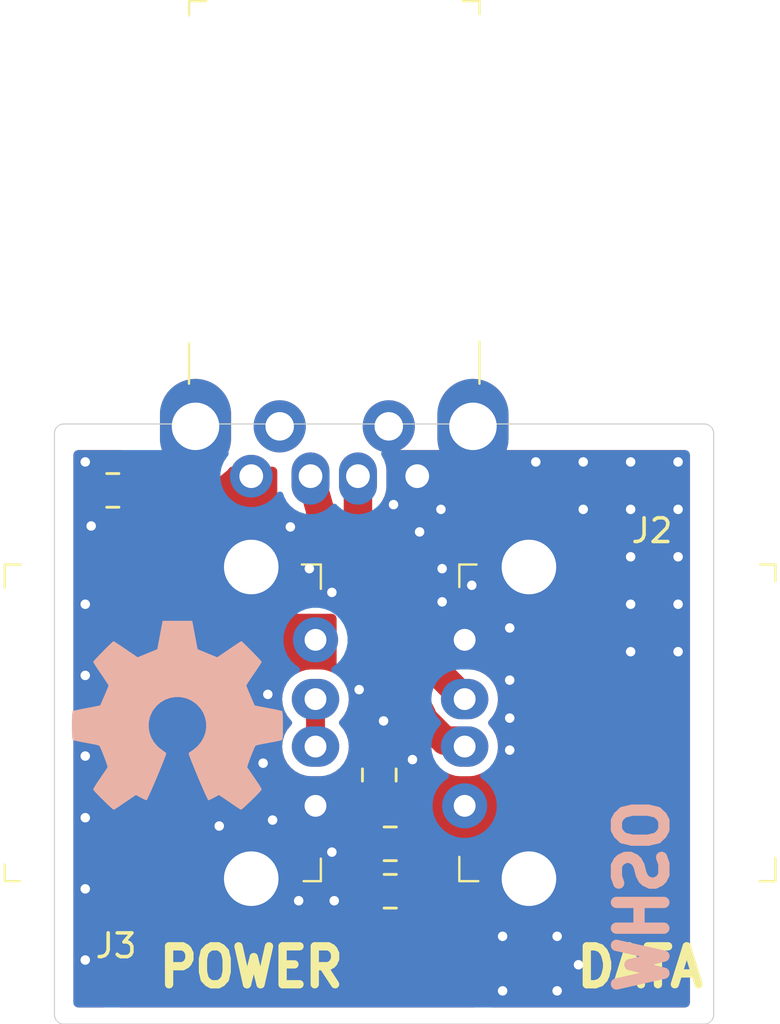
<source format=kicad_pcb>
(kicad_pcb (version 20171130) (host pcbnew "(5.1.4)-1")

  (general
    (thickness 1.6)
    (drawings 16)
    (tracks 69)
    (zones 0)
    (modules 8)
    (nets 7)
  )

  (page A4)
  (title_block
    (title "Model 3 USB Splitter - Vertical Mount")
    (date 2019-10-26)
    (rev 0)
    (company oshw)
  )

  (layers
    (0 F.Cu signal)
    (31 B.Cu signal hide)
    (32 B.Adhes user hide)
    (33 F.Adhes user)
    (34 B.Paste user hide)
    (35 F.Paste user hide)
    (36 B.SilkS user)
    (37 F.SilkS user hide)
    (38 B.Mask user hide)
    (39 F.Mask user hide)
    (40 Dwgs.User user hide)
    (41 Cmts.User user hide)
    (42 Eco1.User user hide)
    (43 Eco2.User user hide)
    (44 Edge.Cuts user)
    (45 Margin user hide)
    (46 B.CrtYd user)
    (47 F.CrtYd user hide)
    (48 B.Fab user hide)
    (49 F.Fab user hide)
  )

  (setup
    (last_trace_width 0.8)
    (user_trace_width 0.8)
    (user_trace_width 1.2)
    (trace_clearance 0.2)
    (zone_clearance 0.4)
    (zone_45_only yes)
    (trace_min 0.2)
    (via_size 0.8)
    (via_drill 0.4)
    (via_min_size 0.4)
    (via_min_drill 0.3)
    (user_via 1 0.4)
    (uvia_size 0.3)
    (uvia_drill 0.1)
    (uvias_allowed no)
    (uvia_min_size 0.2)
    (uvia_min_drill 0.1)
    (edge_width 0.05)
    (segment_width 0.2)
    (pcb_text_width 0.3)
    (pcb_text_size 1.5 1.5)
    (mod_edge_width 0.12)
    (mod_text_size 1 1)
    (mod_text_width 0.15)
    (pad_size 1.7 2)
    (pad_drill 0.92)
    (pad_to_mask_clearance 0.051)
    (solder_mask_min_width 0.25)
    (aux_axis_origin 0 0)
    (visible_elements FFFFFF7F)
    (pcbplotparams
      (layerselection 0x010f0_ffffffff)
      (usegerberextensions false)
      (usegerberattributes false)
      (usegerberadvancedattributes false)
      (creategerberjobfile false)
      (excludeedgelayer true)
      (linewidth 0.100000)
      (plotframeref false)
      (viasonmask true)
      (mode 1)
      (useauxorigin false)
      (hpglpennumber 1)
      (hpglpenspeed 20)
      (hpglpendiameter 15.000000)
      (psnegative false)
      (psa4output false)
      (plotreference true)
      (plotvalue true)
      (plotinvisibletext false)
      (padsonsilk false)
      (subtractmaskfromsilk false)
      (outputformat 1)
      (mirror false)
      (drillshape 0)
      (scaleselection 1)
      (outputdirectory "FAB/"))
  )

  (net 0 "")
  (net 1 "Net-(C1-Pad1)")
  (net 2 GND)
  (net 3 /+5VUSB)
  (net 4 /DATA_P)
  (net 5 /DATA_N)
  (net 6 "Net-(J3-Pad2)")

  (net_class Default "This is the default net class."
    (clearance 0.2)
    (trace_width 0.25)
    (via_dia 0.8)
    (via_drill 0.4)
    (uvia_dia 0.3)
    (uvia_drill 0.1)
    (add_net /+5VUSB)
    (add_net /DATA_N)
    (add_net /DATA_P)
    (add_net GND)
    (add_net "Net-(C1-Pad1)")
    (add_net "Net-(J3-Pad2)")
  )

  (module Symbol:OSHW-Symbol_8.9x8mm_SilkScreen (layer B.Cu) (tedit 0) (tstamp 5DB524FE)
    (at 128.9 101.7 180)
    (descr "Open Source Hardware Symbol")
    (tags "Logo Symbol OSHW")
    (attr virtual)
    (fp_text reference REF** (at 0 0) (layer B.SilkS) hide
      (effects (font (size 1 1) (thickness 0.15)) (justify mirror))
    )
    (fp_text value OSHW-Symbol_8.9x8mm_SilkScreen (at 0.75 0) (layer B.Fab) hide
      (effects (font (size 1 1) (thickness 0.15)) (justify mirror))
    )
    (fp_poly (pts (xy 0.746536 3.399573) (xy 0.859118 2.802382) (xy 1.274531 2.631135) (xy 1.689945 2.459888)
      (xy 2.188302 2.798767) (xy 2.327869 2.893123) (xy 2.454029 2.97737) (xy 2.560896 3.047662)
      (xy 2.642583 3.100153) (xy 2.693202 3.130996) (xy 2.706987 3.137647) (xy 2.731821 3.120542)
      (xy 2.784889 3.073256) (xy 2.860241 3.001828) (xy 2.95193 2.9123) (xy 3.054008 2.810711)
      (xy 3.160527 2.703102) (xy 3.265537 2.595513) (xy 3.363092 2.493985) (xy 3.447243 2.404559)
      (xy 3.512041 2.333274) (xy 3.551538 2.286172) (xy 3.560981 2.270408) (xy 3.547392 2.241347)
      (xy 3.509294 2.177679) (xy 3.450694 2.085633) (xy 3.375598 1.971436) (xy 3.288009 1.841316)
      (xy 3.237255 1.767099) (xy 3.144746 1.631578) (xy 3.062541 1.509284) (xy 2.994631 1.406305)
      (xy 2.945001 1.328727) (xy 2.917641 1.282639) (xy 2.91353 1.272953) (xy 2.92285 1.245426)
      (xy 2.948255 1.181272) (xy 2.985912 1.08951) (xy 3.031987 0.979161) (xy 3.082647 0.859245)
      (xy 3.13406 0.738781) (xy 3.18239 0.626791) (xy 3.223807 0.532293) (xy 3.254475 0.464308)
      (xy 3.270562 0.431857) (xy 3.271512 0.43058) (xy 3.296773 0.424383) (xy 3.364046 0.41056)
      (xy 3.466361 0.390468) (xy 3.596742 0.365466) (xy 3.748217 0.336914) (xy 3.836594 0.320449)
      (xy 3.998453 0.289631) (xy 4.14465 0.260306) (xy 4.267788 0.234079) (xy 4.36047 0.212554)
      (xy 4.415302 0.197335) (xy 4.426324 0.192507) (xy 4.437119 0.159826) (xy 4.44583 0.086015)
      (xy 4.452461 -0.020292) (xy 4.457019 -0.150467) (xy 4.45951 -0.295876) (xy 4.459939 -0.44789)
      (xy 4.458312 -0.597877) (xy 4.454636 -0.737206) (xy 4.448916 -0.857245) (xy 4.441158 -0.949365)
      (xy 4.431369 -1.004932) (xy 4.425497 -1.0165) (xy 4.3904 -1.030365) (xy 4.316029 -1.050188)
      (xy 4.212224 -1.073639) (xy 4.08882 -1.098391) (xy 4.045742 -1.106398) (xy 3.838048 -1.144441)
      (xy 3.673985 -1.175079) (xy 3.548131 -1.199529) (xy 3.455066 -1.219009) (xy 3.389368 -1.234736)
      (xy 3.345618 -1.247928) (xy 3.318393 -1.259804) (xy 3.302273 -1.27158) (xy 3.300018 -1.273908)
      (xy 3.277504 -1.3114) (xy 3.243159 -1.384365) (xy 3.200412 -1.483867) (xy 3.152693 -1.600973)
      (xy 3.103431 -1.726748) (xy 3.056056 -1.852257) (xy 3.013996 -1.968565) (xy 2.980681 -2.066739)
      (xy 2.959542 -2.137843) (xy 2.954006 -2.172942) (xy 2.954467 -2.174172) (xy 2.973224 -2.202861)
      (xy 3.015777 -2.265985) (xy 3.077654 -2.356973) (xy 3.154383 -2.469255) (xy 3.241492 -2.59626)
      (xy 3.266299 -2.632353) (xy 3.354753 -2.763203) (xy 3.432589 -2.882591) (xy 3.495567 -2.983662)
      (xy 3.539446 -3.059559) (xy 3.559986 -3.103427) (xy 3.560981 -3.108817) (xy 3.543723 -3.137144)
      (xy 3.496036 -3.193261) (xy 3.424051 -3.271137) (xy 3.333898 -3.36474) (xy 3.231706 -3.468041)
      (xy 3.123606 -3.575006) (xy 3.015729 -3.679606) (xy 2.914205 -3.775809) (xy 2.825163 -3.857584)
      (xy 2.754734 -3.9189) (xy 2.709048 -3.953726) (xy 2.69641 -3.959412) (xy 2.666992 -3.94602)
      (xy 2.606762 -3.909899) (xy 2.52553 -3.857136) (xy 2.463031 -3.814667) (xy 2.349786 -3.73674)
      (xy 2.215675 -3.644984) (xy 2.081156 -3.553375) (xy 2.008834 -3.504346) (xy 1.764039 -3.33877)
      (xy 1.558551 -3.449875) (xy 1.464937 -3.498548) (xy 1.385331 -3.536381) (xy 1.331468 -3.557958)
      (xy 1.317758 -3.560961) (xy 1.301271 -3.538793) (xy 1.268746 -3.476149) (xy 1.222609 -3.378809)
      (xy 1.165291 -3.252549) (xy 1.099217 -3.10315) (xy 1.026816 -2.936388) (xy 0.950517 -2.758042)
      (xy 0.872747 -2.573891) (xy 0.795935 -2.389712) (xy 0.722507 -2.211285) (xy 0.654893 -2.044387)
      (xy 0.595521 -1.894797) (xy 0.546817 -1.768293) (xy 0.511211 -1.670654) (xy 0.491131 -1.607657)
      (xy 0.487901 -1.586021) (xy 0.513497 -1.558424) (xy 0.569539 -1.513625) (xy 0.644312 -1.460934)
      (xy 0.650588 -1.456765) (xy 0.843846 -1.302069) (xy 0.999675 -1.121591) (xy 1.116725 -0.921102)
      (xy 1.193646 -0.706374) (xy 1.229087 -0.483177) (xy 1.221698 -0.257281) (xy 1.170128 -0.034459)
      (xy 1.073027 0.179521) (xy 1.044459 0.226336) (xy 0.895869 0.415382) (xy 0.720328 0.567188)
      (xy 0.523911 0.680966) (xy 0.312694 0.755925) (xy 0.092754 0.791278) (xy -0.129836 0.786233)
      (xy -0.348998 0.740001) (xy -0.558657 0.651794) (xy -0.752738 0.520821) (xy -0.812773 0.467663)
      (xy -0.965564 0.301261) (xy -1.076902 0.126088) (xy -1.153276 -0.070266) (xy -1.195812 -0.264717)
      (xy -1.206313 -0.483342) (xy -1.171299 -0.703052) (xy -1.094326 -0.91642) (xy -0.978952 -1.116022)
      (xy -0.828734 -1.294429) (xy -0.647226 -1.444217) (xy -0.623372 -1.460006) (xy -0.547798 -1.511712)
      (xy -0.490348 -1.556512) (xy -0.462882 -1.585117) (xy -0.462482 -1.586021) (xy -0.468379 -1.616964)
      (xy -0.491754 -1.687191) (xy -0.530178 -1.790925) (xy -0.581222 -1.92239) (xy -0.642457 -2.075807)
      (xy -0.711455 -2.245401) (xy -0.785786 -2.425393) (xy -0.863021 -2.610008) (xy -0.940731 -2.793468)
      (xy -1.016488 -2.969996) (xy -1.087862 -3.133814) (xy -1.152425 -3.279147) (xy -1.207747 -3.400217)
      (xy -1.251399 -3.491247) (xy -1.280953 -3.54646) (xy -1.292855 -3.560961) (xy -1.329222 -3.549669)
      (xy -1.397269 -3.519385) (xy -1.485263 -3.47552) (xy -1.533649 -3.449875) (xy -1.739136 -3.33877)
      (xy -1.983931 -3.504346) (xy -2.108893 -3.58917) (xy -2.245704 -3.682516) (xy -2.373911 -3.770408)
      (xy -2.438128 -3.814667) (xy -2.528448 -3.875318) (xy -2.604928 -3.923381) (xy -2.657592 -3.95277)
      (xy -2.674697 -3.958982) (xy -2.699594 -3.942223) (xy -2.754694 -3.895436) (xy -2.834656 -3.82348)
      (xy -2.934139 -3.731212) (xy -3.047799 -3.62349) (xy -3.119684 -3.554326) (xy -3.245448 -3.430757)
      (xy -3.354136 -3.320234) (xy -3.441354 -3.227485) (xy -3.50271 -3.157237) (xy -3.533808 -3.11422)
      (xy -3.536791 -3.10549) (xy -3.522946 -3.072284) (xy -3.484687 -3.005142) (xy -3.426258 -2.910863)
      (xy -3.351902 -2.796245) (xy -3.265864 -2.668083) (xy -3.241397 -2.632353) (xy -3.152245 -2.502489)
      (xy -3.072261 -2.385569) (xy -3.005919 -2.288162) (xy -2.957688 -2.216839) (xy -2.932042 -2.17817)
      (xy -2.929564 -2.174172) (xy -2.93327 -2.143355) (xy -2.952938 -2.075599) (xy -2.985139 -1.979839)
      (xy -3.026444 -1.865009) (xy -3.073424 -1.740044) (xy -3.12265 -1.613879) (xy -3.170691 -1.495448)
      (xy -3.214118 -1.393685) (xy -3.249503 -1.317526) (xy -3.273415 -1.275904) (xy -3.275115 -1.273908)
      (xy -3.289737 -1.262013) (xy -3.314434 -1.25025) (xy -3.354627 -1.237401) (xy -3.415736 -1.222249)
      (xy -3.503182 -1.203576) (xy -3.622387 -1.180165) (xy -3.778772 -1.150797) (xy -3.977756 -1.114255)
      (xy -4.020839 -1.106398) (xy -4.148529 -1.081727) (xy -4.259846 -1.057593) (xy -4.344954 -1.036324)
      (xy -4.394016 -1.020248) (xy -4.400594 -1.0165) (xy -4.411435 -0.983273) (xy -4.420246 -0.909021)
      (xy -4.427023 -0.802376) (xy -4.431759 -0.671967) (xy -4.434449 -0.526427) (xy -4.435086 -0.374386)
      (xy -4.433665 -0.224476) (xy -4.430179 -0.085328) (xy -4.424623 0.034428) (xy -4.416991 0.126159)
      (xy -4.407277 0.181234) (xy -4.401421 0.192507) (xy -4.368819 0.203877) (xy -4.294581 0.222376)
      (xy -4.186103 0.246398) (xy -4.050782 0.274338) (xy -3.896014 0.304592) (xy -3.811692 0.320449)
      (xy -3.651703 0.350356) (xy -3.509032 0.37745) (xy -3.390651 0.400369) (xy -3.303534 0.417757)
      (xy -3.254654 0.428253) (xy -3.246609 0.43058) (xy -3.233012 0.456814) (xy -3.20427 0.520005)
      (xy -3.164214 0.611123) (xy -3.116675 0.721143) (xy -3.065484 0.841035) (xy -3.014473 0.961773)
      (xy -2.967473 1.074329) (xy -2.928315 1.169674) (xy -2.90083 1.238783) (xy -2.88885 1.272626)
      (xy -2.888627 1.274105) (xy -2.902208 1.300803) (xy -2.940284 1.36224) (xy -2.998852 1.452311)
      (xy -3.073911 1.56491) (xy -3.161459 1.69393) (xy -3.212352 1.768039) (xy -3.30509 1.903923)
      (xy -3.387458 2.027291) (xy -3.455438 2.131903) (xy -3.505011 2.211517) (xy -3.532157 2.259893)
      (xy -3.536078 2.270738) (xy -3.519224 2.29598) (xy -3.472631 2.349876) (xy -3.402251 2.426387)
      (xy -3.314034 2.519477) (xy -3.213934 2.623105) (xy -3.107901 2.731236) (xy -3.001888 2.83783)
      (xy -2.901847 2.93685) (xy -2.813729 3.022258) (xy -2.743486 3.088015) (xy -2.697071 3.128084)
      (xy -2.681543 3.137647) (xy -2.65626 3.1242) (xy -2.595788 3.086425) (xy -2.506007 3.028165)
      (xy -2.392796 2.953266) (xy -2.262036 2.865575) (xy -2.1634 2.798767) (xy -1.665042 2.459888)
      (xy -1.249629 2.631135) (xy -0.834215 2.802382) (xy -0.721633 3.399573) (xy -0.60905 3.996765)
      (xy 0.633953 3.996765) (xy 0.746536 3.399573)) (layer B.SilkS) (width 0.01))
  )

  (module Capacitor_SMD:C_0805_2012Metric (layer F.Cu) (tedit 5B36C52B) (tstamp 5DB50B5A)
    (at 126.1625 92.2 180)
    (descr "Capacitor SMD 0805 (2012 Metric), square (rectangular) end terminal, IPC_7351 nominal, (Body size source: https://docs.google.com/spreadsheets/d/1BsfQQcO9C6DZCsRaXUlFlo91Tg2WpOkGARC1WS5S8t0/edit?usp=sharing), generated with kicad-footprint-generator")
    (tags capacitor)
    (path /5DB786F3)
    (attr smd)
    (fp_text reference C2 (at 0 -1.65 180) (layer F.SilkS) hide
      (effects (font (size 1 1) (thickness 0.15)))
    )
    (fp_text value "1uF | 0805" (at 0 1.65 180) (layer F.Fab)
      (effects (font (size 1 1) (thickness 0.15)))
    )
    (fp_text user %R (at 0 0 180) (layer F.Fab)
      (effects (font (size 0.5 0.5) (thickness 0.08)))
    )
    (fp_line (start 1.68 0.95) (end -1.68 0.95) (layer F.CrtYd) (width 0.05))
    (fp_line (start 1.68 -0.95) (end 1.68 0.95) (layer F.CrtYd) (width 0.05))
    (fp_line (start -1.68 -0.95) (end 1.68 -0.95) (layer F.CrtYd) (width 0.05))
    (fp_line (start -1.68 0.95) (end -1.68 -0.95) (layer F.CrtYd) (width 0.05))
    (fp_line (start -0.258578 0.71) (end 0.258578 0.71) (layer F.SilkS) (width 0.12))
    (fp_line (start -0.258578 -0.71) (end 0.258578 -0.71) (layer F.SilkS) (width 0.12))
    (fp_line (start 1 0.6) (end -1 0.6) (layer F.Fab) (width 0.1))
    (fp_line (start 1 -0.6) (end 1 0.6) (layer F.Fab) (width 0.1))
    (fp_line (start -1 -0.6) (end 1 -0.6) (layer F.Fab) (width 0.1))
    (fp_line (start -1 0.6) (end -1 -0.6) (layer F.Fab) (width 0.1))
    (pad 2 smd roundrect (at 0.9375 0 180) (size 0.975 1.4) (layers F.Cu F.Paste F.Mask) (roundrect_rratio 0.25)
      (net 2 GND))
    (pad 1 smd roundrect (at -0.9375 0 180) (size 0.975 1.4) (layers F.Cu F.Paste F.Mask) (roundrect_rratio 0.25)
      (net 3 /+5VUSB))
    (model ${KISYS3DMOD}/Capacitor_SMD.3dshapes/C_0805_2012Metric.wrl
      (at (xyz 0 0 0))
      (scale (xyz 1 1 1))
      (rotate (xyz 0 0 0))
    )
  )

  (module Capacitor_SMD:C_0805_2012Metric (layer F.Cu) (tedit 5B36C52B) (tstamp 5DB50B6B)
    (at 137.8625 109.1 180)
    (descr "Capacitor SMD 0805 (2012 Metric), square (rectangular) end terminal, IPC_7351 nominal, (Body size source: https://docs.google.com/spreadsheets/d/1BsfQQcO9C6DZCsRaXUlFlo91Tg2WpOkGARC1WS5S8t0/edit?usp=sharing), generated with kicad-footprint-generator")
    (tags capacitor)
    (path /5DB591E4)
    (attr smd)
    (fp_text reference C3 (at 0.1375 -1.8) (layer F.SilkS) hide
      (effects (font (size 1 1) (thickness 0.15)))
    )
    (fp_text value "1uF | 0805" (at 0 1.65) (layer F.Fab)
      (effects (font (size 1 1) (thickness 0.15)))
    )
    (fp_line (start -1 0.6) (end -1 -0.6) (layer F.Fab) (width 0.1))
    (fp_line (start -1 -0.6) (end 1 -0.6) (layer F.Fab) (width 0.1))
    (fp_line (start 1 -0.6) (end 1 0.6) (layer F.Fab) (width 0.1))
    (fp_line (start 1 0.6) (end -1 0.6) (layer F.Fab) (width 0.1))
    (fp_line (start -0.258578 -0.71) (end 0.258578 -0.71) (layer F.SilkS) (width 0.12))
    (fp_line (start -0.258578 0.71) (end 0.258578 0.71) (layer F.SilkS) (width 0.12))
    (fp_line (start -1.68 0.95) (end -1.68 -0.95) (layer F.CrtYd) (width 0.05))
    (fp_line (start -1.68 -0.95) (end 1.68 -0.95) (layer F.CrtYd) (width 0.05))
    (fp_line (start 1.68 -0.95) (end 1.68 0.95) (layer F.CrtYd) (width 0.05))
    (fp_line (start 1.68 0.95) (end -1.68 0.95) (layer F.CrtYd) (width 0.05))
    (fp_text user %R (at 0 0) (layer F.Fab)
      (effects (font (size 0.5 0.5) (thickness 0.08)))
    )
    (pad 1 smd roundrect (at -0.9375 0 180) (size 0.975 1.4) (layers F.Cu F.Paste F.Mask) (roundrect_rratio 0.25)
      (net 3 /+5VUSB))
    (pad 2 smd roundrect (at 0.9375 0 180) (size 0.975 1.4) (layers F.Cu F.Paste F.Mask) (roundrect_rratio 0.25)
      (net 2 GND))
    (model ${KISYS3DMOD}/Capacitor_SMD.3dshapes/C_0805_2012Metric.wrl
      (at (xyz 0 0 0))
      (scale (xyz 1 1 1))
      (rotate (xyz 0 0 0))
    )
  )

  (module digikey-footprints:USB_Male_A_UP2-AH-1-TH (layer F.Cu) (tedit 5DB4BDEE) (tstamp 5DB50DCF)
    (at 135.5 89.5 180)
    (descr http://www.cui.com/product/resource/up2-ah-th.pdf)
    (path /5DDAA6FC)
    (fp_text reference J1 (at 0.1 -3.975) (layer F.SilkS) hide
      (effects (font (size 1 1) (thickness 0.15)))
    )
    (fp_text value UP2-AH-1-TH (at 0.25 18.775) (layer F.Fab)
      (effects (font (size 1 1) (thickness 0.15)))
    )
    (fp_line (start 6.125 2.55) (end 6.125 3.5) (layer F.SilkS) (width 0.1))
    (fp_line (start -6.125 1.8) (end -6.125 3.575) (layer F.SilkS) (width 0.1))
    (fp_line (start 6.125 1.8) (end 6.125 2.575) (layer F.SilkS) (width 0.1))
    (fp_line (start -5.425 17.925) (end -6.125 17.925) (layer F.SilkS) (width 0.1))
    (fp_line (start -6.125 17.925) (end -6.125 17.375) (layer F.SilkS) (width 0.1))
    (fp_line (start 5.4 17.925) (end 6.125 17.925) (layer F.SilkS) (width 0.1))
    (fp_line (start 6.125 17.925) (end 6.125 17.325) (layer F.SilkS) (width 0.1))
    (fp_text user %R (at 0.025 1.825) (layer F.Fab)
      (effects (font (size 1 1) (thickness 0.15)))
    )
    (fp_line (start -6 -1) (end 6 -1) (layer F.Fab) (width 0.1))
    (fp_line (start -6 17.8) (end 6 17.8) (layer F.Fab) (width 0.1))
    (fp_line (start 6 -1) (end 6 17.8) (layer F.Fab) (width 0.1))
    (fp_line (start -6 -1) (end -6 17.8) (layer F.Fab) (width 0.1))
    (fp_line (start -7.1 -3.25) (end 7.1 -3.25) (layer F.CrtYd) (width 0.05))
    (fp_line (start -7.1 2.9) (end -7.1 -3.25) (layer F.CrtYd) (width 0.05))
    (fp_line (start 7.1 2.9) (end 7.1 -3.25) (layer F.CrtYd) (width 0.05))
    (fp_line (start -7.1 2.9) (end 7.1 2.9) (layer F.CrtYd) (width 0.05))
    (pad SH thru_hole oval (at -5.85 0 180) (size 3 4) (drill 2) (layers *.Cu *.Mask)
      (net 2 GND))
    (pad SH thru_hole oval (at 5.85 0 180) (size 3 4) (drill 2) (layers *.Cu *.Mask)
      (net 2 GND))
    (pad SH thru_hole circle (at -2.3 0 180) (size 2.2 2.2) (drill 1.2) (layers *.Cu *.Mask)
      (net 2 GND))
    (pad SH thru_hole circle (at 2.3 0 180) (size 2.2 2.2) (drill 1.2) (layers *.Cu *.Mask)
      (net 2 GND))
    (pad 4 thru_hole circle (at -3.5 -2.1 180) (size 1.8 1.8) (drill 1) (layers *.Cu *.Mask)
      (net 2 GND))
    (pad 3 thru_hole oval (at -1 -2.1 180) (size 1.6 2.2) (drill 1 (offset 0 -0.1)) (layers *.Cu *.Mask)
      (net 4 /DATA_P))
    (pad 2 thru_hole oval (at 1 -2.1 180) (size 1.6 2.2) (drill 1 (offset 0 -0.1)) (layers *.Cu *.Mask)
      (net 5 /DATA_N))
    (pad 1 thru_hole circle (at 3.5 -2.1 180) (size 1.8 1.8) (drill 1) (layers *.Cu *.Mask)
      (net 3 /+5VUSB))
  )

  (module digikey-footprints:USB_A_Female_UE27AC54100 (layer F.Cu) (tedit 5DB4BE44) (tstamp 5DB52276)
    (at 143.71 102 90)
    (path /5DDAF18A)
    (fp_text reference J2 (at 8.1 5.19 180) (layer F.SilkS)
      (effects (font (size 1 1) (thickness 0.15)))
    )
    (fp_text value UE27AC54100 (at 0 12 90) (layer F.Fab)
      (effects (font (size 1 1) (thickness 0.15)))
    )
    (fp_text user %R (at -0.025 0.975 90) (layer F.Fab)
      (effects (font (size 1 1) (thickness 0.15)))
    )
    (fp_line (start -8.45 10.57) (end 8.45 10.57) (layer F.CrtYd) (width 0.05))
    (fp_line (start -8.45 -3.94) (end -8.45 10.57) (layer F.CrtYd) (width 0.05))
    (fp_line (start 8.45 -3.94) (end 8.45 10.57) (layer F.CrtYd) (width 0.05))
    (fp_line (start -8.45 -3.94) (end 8.45 -3.94) (layer F.CrtYd) (width 0.05))
    (fp_line (start -5.7 10.395) (end -6.675 10.395) (layer F.SilkS) (width 0.1))
    (fp_line (start -6.675 10.395) (end -6.675 9.72) (layer F.SilkS) (width 0.1))
    (fp_line (start 6.675 9.745) (end 6.675 10.395) (layer F.SilkS) (width 0.1))
    (fp_line (start 6.675 10.395) (end 5.975 10.395) (layer F.SilkS) (width 0.1))
    (fp_line (start -5.65 -2.935) (end -6.675 -2.935) (layer F.SilkS) (width 0.1))
    (fp_line (start -6.675 -2.935) (end -6.675 -2.135) (layer F.SilkS) (width 0.1))
    (fp_line (start 5.725 -2.935) (end 6.675 -2.935) (layer F.SilkS) (width 0.1))
    (fp_line (start 6.675 -2.935) (end 6.675 -2.21) (layer F.SilkS) (width 0.1))
    (fp_line (start -6.55 10.28) (end 6.55 10.28) (layer F.Fab) (width 0.1))
    (fp_line (start -6.55 -2.82) (end -6.55 10.28) (layer F.Fab) (width 0.1))
    (fp_line (start 6.55 -2.82) (end 6.55 10.28) (layer F.Fab) (width 0.1))
    (fp_line (start -6.55 -2.82) (end 6.55 -2.82) (layer F.Fab) (width 0.1))
    (pad SH thru_hole circle (at -6.57 0 90) (size 3.3 3.3) (drill 2.3) (layers *.Cu *.Mask)
      (net 2 GND))
    (pad SH thru_hole circle (at 6.57 0 90) (size 3.3 3.3) (drill 2.3) (layers *.Cu *.Mask)
      (net 2 GND))
    (pad 1 thru_hole circle (at -3.5 -2.71 90) (size 1.9 1.9) (drill 0.92) (layers *.Cu *.Mask)
      (net 3 /+5VUSB))
    (pad 2 thru_hole oval (at -1 -2.71 90) (size 1.7 2) (drill 0.92) (layers *.Cu *.Mask)
      (net 5 /DATA_N))
    (pad 3 thru_hole oval (at 1 -2.71 90) (size 1.7 2) (drill 0.92) (layers *.Cu *.Mask)
      (net 4 /DATA_P))
    (pad 4 thru_hole circle (at 3.5 -2.71 90) (size 1.9 1.9) (drill 0.92) (layers *.Cu *.Mask)
      (net 2 GND))
  )

  (module digikey-footprints:USB_A_Female_UE27AC54100 (layer F.Cu) (tedit 5DB4BE31) (tstamp 5DB50BBD)
    (at 132 102 270)
    (path /5DB546E6)
    (fp_text reference J3 (at 9.4 5.7 180) (layer F.SilkS)
      (effects (font (size 1 1) (thickness 0.15)))
    )
    (fp_text value UE27AC54100 (at 0 12 90) (layer F.Fab)
      (effects (font (size 1 1) (thickness 0.15)))
    )
    (fp_line (start -6.55 -2.82) (end 6.55 -2.82) (layer F.Fab) (width 0.1))
    (fp_line (start 6.55 -2.82) (end 6.55 10.28) (layer F.Fab) (width 0.1))
    (fp_line (start -6.55 -2.82) (end -6.55 10.28) (layer F.Fab) (width 0.1))
    (fp_line (start -6.55 10.28) (end 6.55 10.28) (layer F.Fab) (width 0.1))
    (fp_line (start 6.675 -2.935) (end 6.675 -2.21) (layer F.SilkS) (width 0.1))
    (fp_line (start 5.725 -2.935) (end 6.675 -2.935) (layer F.SilkS) (width 0.1))
    (fp_line (start -6.675 -2.935) (end -6.675 -2.135) (layer F.SilkS) (width 0.1))
    (fp_line (start -5.65 -2.935) (end -6.675 -2.935) (layer F.SilkS) (width 0.1))
    (fp_line (start 6.675 10.395) (end 5.975 10.395) (layer F.SilkS) (width 0.1))
    (fp_line (start 6.675 9.745) (end 6.675 10.395) (layer F.SilkS) (width 0.1))
    (fp_line (start -6.675 10.395) (end -6.675 9.72) (layer F.SilkS) (width 0.1))
    (fp_line (start -5.7 10.395) (end -6.675 10.395) (layer F.SilkS) (width 0.1))
    (fp_line (start -8.45 -3.94) (end 8.45 -3.94) (layer F.CrtYd) (width 0.05))
    (fp_line (start 8.45 -3.94) (end 8.45 10.57) (layer F.CrtYd) (width 0.05))
    (fp_line (start -8.45 -3.94) (end -8.45 10.57) (layer F.CrtYd) (width 0.05))
    (fp_line (start -8.45 10.57) (end 8.45 10.57) (layer F.CrtYd) (width 0.05))
    (fp_text user %R (at -0.025 0.975 90) (layer F.Fab)
      (effects (font (size 1 1) (thickness 0.15)))
    )
    (pad 4 thru_hole circle (at 3.5 -2.71 270) (size 1.9 1.9) (drill 0.92) (layers *.Cu *.Mask)
      (net 2 GND))
    (pad 3 thru_hole oval (at 1 -2.71 270) (size 1.7 2) (drill 0.92) (layers *.Cu *.Mask)
      (net 6 "Net-(J3-Pad2)"))
    (pad 2 thru_hole oval (at -1 -2.71 270) (size 1.7 2) (drill 0.92) (layers *.Cu *.Mask)
      (net 6 "Net-(J3-Pad2)"))
    (pad 1 thru_hole circle (at -3.5 -2.71 270) (size 1.9 1.9) (drill 0.92) (layers *.Cu *.Mask)
      (net 3 /+5VUSB))
    (pad SH thru_hole circle (at 6.57 0 270) (size 3.3 3.3) (drill 2.3) (layers *.Cu *.Mask)
      (net 2 GND))
    (pad SH thru_hole circle (at -6.57 0 270) (size 3.3 3.3) (drill 2.3) (layers *.Cu *.Mask)
      (net 2 GND))
  )

  (module Resistor_SMD:R_0805_2012Metric (layer F.Cu) (tedit 5B36C52B) (tstamp 5DB51E67)
    (at 137.8625 107.1 180)
    (descr "Resistor SMD 0805 (2012 Metric), square (rectangular) end terminal, IPC_7351 nominal, (Body size source: https://docs.google.com/spreadsheets/d/1BsfQQcO9C6DZCsRaXUlFlo91Tg2WpOkGARC1WS5S8t0/edit?usp=sharing), generated with kicad-footprint-generator")
    (tags resistor)
    (path /5DB627E4)
    (attr smd)
    (fp_text reference R1 (at 0 -1.65) (layer F.SilkS) hide
      (effects (font (size 1 1) (thickness 0.15)))
    )
    (fp_text value "2 | 0805" (at 0 1.65) (layer F.Fab)
      (effects (font (size 1 1) (thickness 0.15)))
    )
    (fp_line (start -1 0.6) (end -1 -0.6) (layer F.Fab) (width 0.1))
    (fp_line (start -1 -0.6) (end 1 -0.6) (layer F.Fab) (width 0.1))
    (fp_line (start 1 -0.6) (end 1 0.6) (layer F.Fab) (width 0.1))
    (fp_line (start 1 0.6) (end -1 0.6) (layer F.Fab) (width 0.1))
    (fp_line (start -0.258578 -0.71) (end 0.258578 -0.71) (layer F.SilkS) (width 0.12))
    (fp_line (start -0.258578 0.71) (end 0.258578 0.71) (layer F.SilkS) (width 0.12))
    (fp_line (start -1.68 0.95) (end -1.68 -0.95) (layer F.CrtYd) (width 0.05))
    (fp_line (start -1.68 -0.95) (end 1.68 -0.95) (layer F.CrtYd) (width 0.05))
    (fp_line (start 1.68 -0.95) (end 1.68 0.95) (layer F.CrtYd) (width 0.05))
    (fp_line (start 1.68 0.95) (end -1.68 0.95) (layer F.CrtYd) (width 0.05))
    (fp_text user %R (at 0 0) (layer F.Fab)
      (effects (font (size 0.5 0.5) (thickness 0.08)))
    )
    (pad 1 smd roundrect (at -0.9375 0 180) (size 0.975 1.4) (layers F.Cu F.Paste F.Mask) (roundrect_rratio 0.25)
      (net 3 /+5VUSB))
    (pad 2 smd roundrect (at 0.9375 0 180) (size 0.975 1.4) (layers F.Cu F.Paste F.Mask) (roundrect_rratio 0.25)
      (net 1 "Net-(C1-Pad1)"))
    (model ${KISYS3DMOD}/Resistor_SMD.3dshapes/R_0805_2012Metric.wrl
      (at (xyz 0 0 0))
      (scale (xyz 1 1 1))
      (rotate (xyz 0 0 0))
    )
  )

  (module Capacitor_SMD:C_0805_2012Metric (layer F.Cu) (tedit 5B36C52B) (tstamp 5DB51D2A)
    (at 137.4 104.2 90)
    (descr "Capacitor SMD 0805 (2012 Metric), square (rectangular) end terminal, IPC_7351 nominal, (Body size source: https://docs.google.com/spreadsheets/d/1BsfQQcO9C6DZCsRaXUlFlo91Tg2WpOkGARC1WS5S8t0/edit?usp=sharing), generated with kicad-footprint-generator")
    (tags capacitor)
    (path /5DB85293)
    (attr smd)
    (fp_text reference C1 (at 0 -1.65 90) (layer F.SilkS) hide
      (effects (font (size 1 1) (thickness 0.15)))
    )
    (fp_text value "10uF | 0805" (at 0 1.65 90) (layer F.Fab)
      (effects (font (size 1 1) (thickness 0.15)))
    )
    (fp_line (start -1 0.6) (end -1 -0.6) (layer F.Fab) (width 0.1))
    (fp_line (start -1 -0.6) (end 1 -0.6) (layer F.Fab) (width 0.1))
    (fp_line (start 1 -0.6) (end 1 0.6) (layer F.Fab) (width 0.1))
    (fp_line (start 1 0.6) (end -1 0.6) (layer F.Fab) (width 0.1))
    (fp_line (start -0.258578 -0.71) (end 0.258578 -0.71) (layer F.SilkS) (width 0.12))
    (fp_line (start -0.258578 0.71) (end 0.258578 0.71) (layer F.SilkS) (width 0.12))
    (fp_line (start -1.68 0.95) (end -1.68 -0.95) (layer F.CrtYd) (width 0.05))
    (fp_line (start -1.68 -0.95) (end 1.68 -0.95) (layer F.CrtYd) (width 0.05))
    (fp_line (start 1.68 -0.95) (end 1.68 0.95) (layer F.CrtYd) (width 0.05))
    (fp_line (start 1.68 0.95) (end -1.68 0.95) (layer F.CrtYd) (width 0.05))
    (fp_text user %R (at 0 0 90) (layer F.Fab)
      (effects (font (size 0.5 0.5) (thickness 0.08)))
    )
    (pad 1 smd roundrect (at -0.9375 0 90) (size 0.975 1.4) (layers F.Cu F.Paste F.Mask) (roundrect_rratio 0.25)
      (net 1 "Net-(C1-Pad1)"))
    (pad 2 smd roundrect (at 0.9375 0 90) (size 0.975 1.4) (layers F.Cu F.Paste F.Mask) (roundrect_rratio 0.25)
      (net 2 GND))
    (model ${KISYS3DMOD}/Capacitor_SMD.3dshapes/C_0805_2012Metric.wrl
      (at (xyz 0 0 0))
      (scale (xyz 1 1 1))
      (rotate (xyz 0 0 0))
    )
  )

  (gr_arc (start 124.1 89.8) (end 124.1 89.4) (angle -90) (layer Edge.Cuts) (width 0.05))
  (gr_arc (start 124.1 114.3) (end 123.7 114.3) (angle -90) (layer Edge.Cuts) (width 0.05))
  (gr_arc (start 151.1 114.3) (end 151.1 114.7) (angle -90) (layer Edge.Cuts) (width 0.05))
  (gr_arc (start 151.1 89.8) (end 151.5 89.8) (angle -90) (layer Edge.Cuts) (width 0.05))
  (gr_text OSHW (at 148.5 109.3 90) (layer B.SilkS)
    (effects (font (size 2 1.9) (thickness 0.475)) (justify mirror))
  )
  (gr_text POWER (at 132 112.3) (layer F.SilkS) (tstamp 5DB523A3)
    (effects (font (size 1.6 1.5) (thickness 0.35)))
  )
  (gr_text DATA (at 148.4 112.3) (layer F.SilkS)
    (effects (font (size 1.6 1.5) (thickness 0.35)))
  )
  (gr_line (start 151.1 89.4) (end 144 89.4) (layer Edge.Cuts) (width 0.05) (tstamp 5DB51F93))
  (gr_line (start 151.5 91.6) (end 151.5 89.8) (layer Edge.Cuts) (width 0.05))
  (gr_line (start 151.5 114.3) (end 151.5 91.6) (layer Edge.Cuts) (width 0.05))
  (gr_line (start 144.4 114.7) (end 151.1 114.7) (layer Edge.Cuts) (width 0.05))
  (gr_line (start 124.1 114.7) (end 144.4 114.7) (layer Edge.Cuts) (width 0.05))
  (gr_line (start 123.7 94.1) (end 123.7 114.3) (layer Edge.Cuts) (width 0.05))
  (gr_line (start 123.7 89.8) (end 123.7 94.1) (layer Edge.Cuts) (width 0.05))
  (gr_line (start 126.5 89.4) (end 124.1 89.4) (layer Edge.Cuts) (width 0.05))
  (gr_line (start 126.5 89.4) (end 144 89.4) (layer Edge.Cuts) (width 0.05) (tstamp 5DB52142))

  (segment (start 136.925 105.6125) (end 137.4 105.1375) (width 0.8) (layer F.Cu) (net 1))
  (segment (start 136.925 107.1) (end 136.925 105.6125) (width 0.8) (layer F.Cu) (net 1))
  (via (at 125.25 93.7) (size 0.8) (drill 0.4) (layers F.Cu B.Cu) (net 2))
  (segment (start 125.225 92.2) (end 125.225 93.675) (width 0.8) (layer F.Cu) (net 2))
  (segment (start 125.225 93.675) (end 125.25 93.7) (width 0.8) (layer F.Cu) (net 2))
  (via (at 140.05 96.9) (size 0.8) (drill 0.4) (layers F.Cu B.Cu) (net 2) (tstamp 5DB51FEC))
  (via (at 140.05 95.5) (size 0.8) (drill 0.4) (layers F.Cu B.Cu) (net 2) (tstamp 5DB51FEE))
  (via (at 138 92.8) (size 0.8) (drill 0.4) (layers F.Cu B.Cu) (net 2) (tstamp 5DB51FF0))
  (via (at 139.1 93.95) (size 0.8) (drill 0.4) (layers F.Cu B.Cu) (net 2) (tstamp 5DB51FF2))
  (via (at 135.4 96.5) (size 0.8) (drill 0.4) (layers F.Cu B.Cu) (net 2) (tstamp 5DB51FF4))
  (via (at 134.45 95.5) (size 0.8) (drill 0.4) (layers F.Cu B.Cu) (net 2) (tstamp 5DB51FF6))
  (via (at 133.65 93.74) (size 0.8) (drill 0.4) (layers F.Cu B.Cu) (net 2) (tstamp 5DB51FF8))
  (via (at 145.8 112.2) (size 0.8) (drill 0.4) (layers F.Cu B.Cu) (net 2) (tstamp 5DB51FFA))
  (via (at 130.65 106.35) (size 0.8) (drill 0.4) (layers F.Cu B.Cu) (net 2) (tstamp 5DB51FFC))
  (via (at 135.4 107.45) (size 0.8) (drill 0.4) (layers F.Cu B.Cu) (net 2) (tstamp 5DB51FFE))
  (via (at 137.58 101.92) (size 0.8) (drill 0.4) (layers F.Cu B.Cu) (net 2) (tstamp 5DB52077))
  (via (at 136.55 100.6) (size 0.8) (drill 0.4) (layers F.Cu B.Cu) (net 2) (tstamp 5DB52079))
  (via (at 138.8 103.55) (size 0.8) (drill 0.4) (layers F.Cu B.Cu) (net 2) (tstamp 5DB5207B))
  (via (at 142.9 103.15) (size 0.8) (drill 0.4) (layers F.Cu B.Cu) (net 2) (tstamp 5DB5207D))
  (via (at 142.9 101.8) (size 0.8) (drill 0.4) (layers F.Cu B.Cu) (net 2) (tstamp 5DB5207F))
  (via (at 142.9 100.2) (size 0.8) (drill 0.4) (layers F.Cu B.Cu) (net 2) (tstamp 5DB52081))
  (via (at 125 112) (size 0.8) (drill 0.4) (layers F.Cu B.Cu) (net 2) (tstamp 5DB520B9))
  (via (at 125 109) (size 0.8) (drill 0.4) (layers F.Cu B.Cu) (net 2) (tstamp 5DB520BB))
  (via (at 125 106) (size 0.8) (drill 0.4) (layers F.Cu B.Cu) (net 2) (tstamp 5DB520BD))
  (via (at 125 103.4) (size 0.8) (drill 0.4) (layers F.Cu B.Cu) (net 2) (tstamp 5DB520BF))
  (via (at 125 100) (size 0.8) (drill 0.4) (layers F.Cu B.Cu) (net 2) (tstamp 5DB520C1))
  (via (at 125 97) (size 0.8) (drill 0.4) (layers F.Cu B.Cu) (net 2) (tstamp 5DB520C3))
  (via (at 125 91) (size 0.8) (drill 0.4) (layers F.Cu B.Cu) (net 2) (tstamp 5DB520C5))
  (via (at 144 91) (size 0.8) (drill 0.4) (layers F.Cu B.Cu) (net 2) (tstamp 5DB520C7))
  (via (at 146 91) (size 0.8) (drill 0.4) (layers F.Cu B.Cu) (net 2) (tstamp 5DB520C9))
  (via (at 148 91) (size 0.8) (drill 0.4) (layers F.Cu B.Cu) (net 2) (tstamp 5DB520CB))
  (via (at 150 91) (size 0.8) (drill 0.4) (layers F.Cu B.Cu) (net 2) (tstamp 5DB520CD))
  (via (at 150 93) (size 0.8) (drill 0.4) (layers F.Cu B.Cu) (net 2) (tstamp 5DB520CF))
  (via (at 150 95) (size 0.8) (drill 0.4) (layers F.Cu B.Cu) (net 2) (tstamp 5DB520D1))
  (via (at 150 97) (size 0.8) (drill 0.4) (layers F.Cu B.Cu) (net 2) (tstamp 5DB520D3))
  (via (at 150 99) (size 0.8) (drill 0.4) (layers F.Cu B.Cu) (net 2) (tstamp 5DB520D5))
  (via (at 148 99) (size 0.8) (drill 0.4) (layers F.Cu B.Cu) (net 2) (tstamp 5DB520D7))
  (via (at 148 97) (size 0.8) (drill 0.4) (layers F.Cu B.Cu) (net 2) (tstamp 5DB520D9))
  (via (at 148 95) (size 0.8) (drill 0.4) (layers F.Cu B.Cu) (net 2) (tstamp 5DB520DB))
  (via (at 148 93) (size 0.8) (drill 0.4) (layers F.Cu B.Cu) (net 2) (tstamp 5DB520DD))
  (via (at 146 93) (size 0.8) (drill 0.4) (layers F.Cu B.Cu) (net 2) (tstamp 5DB520DF))
  (via (at 140 93) (size 0.8) (drill 0.4) (layers F.Cu B.Cu) (net 2) (tstamp 5DB520E1))
  (via (at 135.5 109.5) (size 0.8) (drill 0.4) (layers F.Cu B.Cu) (net 2) (tstamp 5DB52100))
  (via (at 134 109.5) (size 0.8) (drill 0.4) (layers F.Cu B.Cu) (net 2) (tstamp 5DB52102))
  (via (at 142.9 98) (size 0.8) (drill 0.4) (layers F.Cu B.Cu) (net 2) (tstamp 5DB52174))
  (via (at 141.3 96.2) (size 0.8) (drill 0.4) (layers F.Cu B.Cu) (net 2) (tstamp 5DB52176))
  (via (at 132.5 103.7) (size 0.8) (drill 0.4) (layers F.Cu B.Cu) (net 2) (tstamp 5DB52178))
  (via (at 132.7 100.8) (size 0.8) (drill 0.4) (layers F.Cu B.Cu) (net 2) (tstamp 5DB5217A))
  (via (at 132.9 106.1) (size 0.8) (drill 0.4) (layers F.Cu B.Cu) (net 2) (tstamp 5DB5217C))
  (via (at 142.6 113.3) (size 0.8) (drill 0.4) (layers F.Cu B.Cu) (net 2) (tstamp 5DB52220))
  (via (at 144.9 113.3) (size 0.8) (drill 0.4) (layers F.Cu B.Cu) (net 2) (tstamp 5DB52222))
  (via (at 144.9 111) (size 0.8) (drill 0.4) (layers F.Cu B.Cu) (net 2) (tstamp 5DB52224))
  (via (at 142.6 111) (size 0.8) (drill 0.4) (layers F.Cu B.Cu) (net 2) (tstamp 5DB52226))
  (segment (start 138.5 98.5) (end 141 101) (width 1.2) (layer F.Cu) (net 4))
  (segment (start 138.5 95.5) (end 138.5 98.5) (width 1.2) (layer F.Cu) (net 4))
  (segment (start 136.5 91.6) (end 136.5 93.5) (width 1.2) (layer F.Cu) (net 4))
  (segment (start 136.5 93.5) (end 138.5 95.5) (width 1.2) (layer F.Cu) (net 4))
  (segment (start 140.750001 102.750001) (end 141 103) (width 1.2) (layer F.Cu) (net 5))
  (segment (start 139.249999 101.840001) (end 140.159999 102.750001) (width 1.2) (layer F.Cu) (net 5))
  (segment (start 138.69 100.69) (end 139.249999 101.840001) (width 1.2) (layer F.Cu) (net 5))
  (segment (start 139.19999 101.683456) (end 138.69 100.69) (width 1.2) (layer F.Cu) (net 5))
  (segment (start 140.159999 102.750001) (end 140.750001 102.750001) (width 1.2) (layer F.Cu) (net 5))
  (segment (start 134.900001 93.023999) (end 135.2 94.2) (width 1.2) (layer F.Cu) (net 5))
  (segment (start 134.5 91.6) (end 134.900001 93.023999) (width 1.2) (layer F.Cu) (net 5))
  (segment (start 135.2 94.2) (end 137 96) (width 1.2) (layer F.Cu) (net 5))
  (segment (start 137 96) (end 137 99) (width 1.2) (layer F.Cu) (net 5))
  (segment (start 137 99) (end 138.7 100.7) (width 1.2) (layer F.Cu) (net 5))
  (segment (start 138.7 100.7) (end 139.19999 101.683456) (width 1.2) (layer F.Cu) (net 5))
  (segment (start 134.71 101) (end 134.71 103) (width 0.8) (layer F.Cu) (net 6))

  (zone (net 3) (net_name /+5VUSB) (layer F.Cu) (tstamp 5DB52C8C) (hatch edge 0.508)
    (priority 3)
    (connect_pads yes (clearance 0.4))
    (min_thickness 0.3)
    (fill yes (arc_segments 32) (thermal_gap 0.508) (thermal_bridge_width 0.508) (smoothing fillet) (radius 0.2))
    (polygon
      (pts
        (xy 132 91.2) (xy 126.3 91.2) (xy 126.3 114) (xy 141.6 114) (xy 141.6 108.25)
        (xy 142.9 106) (xy 142.9 104.1) (xy 139.4 104.1) (xy 139.4 106.2) (xy 138 106.2)
        (xy 137.9 110.5) (xy 129.8 110.5) (xy 129.8 100) (xy 135.6 100) (xy 135.6 97.4)
        (xy 129.9 97.4) (xy 129.9 93.3) (xy 133.1 93.3) (xy 133.1 91.2)
      )
    )
    (filled_polygon
      (pts
        (xy 128.193417 91.456583) (xy 128.50557 91.71276) (xy 128.861703 91.903117) (xy 129.24813 92.020338) (xy 129.65 92.059919)
        (xy 130.051869 92.020338) (xy 130.438296 91.903117) (xy 130.79443 91.71276) (xy 131.106583 91.456583) (xy 131.194053 91.35)
        (xy 132.885226 91.35) (xy 132.918008 91.356521) (xy 132.933277 91.366723) (xy 132.943479 91.381992) (xy 132.95 91.414774)
        (xy 132.95 93.085226) (xy 132.947201 93.099296) (xy 132.912087 93.13441) (xy 132.904191 93.146228) (xy 132.885226 93.15)
        (xy 130.1 93.15) (xy 130.070737 93.152882) (xy 129.9942 93.168106) (xy 129.966061 93.176642) (xy 129.940126 93.190504)
        (xy 129.875242 93.233859) (xy 129.852512 93.252514) (xy 129.833859 93.275242) (xy 129.790504 93.340126) (xy 129.776643 93.366059)
        (xy 129.768106 93.3942) (xy 129.752882 93.470737) (xy 129.75 93.5) (xy 129.75 97.2) (xy 129.752882 97.229263)
        (xy 129.768106 97.3058) (xy 129.776642 97.333939) (xy 129.790504 97.359874) (xy 129.833859 97.424758) (xy 129.852514 97.447488)
        (xy 129.875242 97.466141) (xy 129.940126 97.509496) (xy 129.966059 97.523357) (xy 129.9942 97.531894) (xy 130.070737 97.547118)
        (xy 130.1 97.55) (xy 131.381133 97.55) (xy 131.783319 97.63) (xy 132.216681 97.63) (xy 132.618867 97.55)
        (xy 135.385226 97.55) (xy 135.418008 97.556521) (xy 135.433277 97.566723) (xy 135.443479 97.581992) (xy 135.45 97.614774)
        (xy 135.45 99.727918) (xy 135.398349 99.70031) (xy 135.134448 99.620257) (xy 134.928777 99.6) (xy 134.491223 99.6)
        (xy 134.285552 99.620257) (xy 134.021651 99.70031) (xy 133.778438 99.83031) (xy 133.754446 99.85) (xy 130 99.85)
        (xy 129.970737 99.852882) (xy 129.8942 99.868106) (xy 129.866061 99.876642) (xy 129.840126 99.890504) (xy 129.775242 99.933859)
        (xy 129.752512 99.952514) (xy 129.733859 99.975242) (xy 129.690504 100.040126) (xy 129.676643 100.066059) (xy 129.668106 100.0942)
        (xy 129.652882 100.170737) (xy 129.65 100.2) (xy 129.65 110.3) (xy 129.652882 110.329263) (xy 129.668106 110.4058)
        (xy 129.676642 110.433939) (xy 129.690504 110.459874) (xy 129.733859 110.524758) (xy 129.752514 110.547488) (xy 129.775242 110.566141)
        (xy 129.840126 110.609496) (xy 129.866059 110.623357) (xy 129.8942 110.631894) (xy 129.970737 110.647118) (xy 130 110.65)
        (xy 131.272688 110.65) (xy 131.358284 110.685455) (xy 131.783319 110.77) (xy 132.216681 110.77) (xy 132.641716 110.685455)
        (xy 132.727312 110.65) (xy 137.704597 110.65) (xy 137.742858 110.645038) (xy 137.841513 110.619013) (xy 137.869073 110.608762)
        (xy 137.894104 110.593331) (xy 137.908078 110.581267) (xy 137.981057 110.509965) (xy 137.999974 110.487452) (xy 138.014136 110.461682)
        (xy 138.02034 110.444296) (xy 138.048652 110.346273) (xy 138.054502 110.308137) (xy 138.144964 106.418285) (xy 138.156898 106.376967)
        (xy 138.173271 106.36097) (xy 138.214854 106.35) (xy 139.2 106.35) (xy 139.229263 106.347118) (xy 139.3058 106.331894)
        (xy 139.333939 106.323358) (xy 139.359874 106.309496) (xy 139.424758 106.266141) (xy 139.447488 106.247486) (xy 139.466141 106.224758)
        (xy 139.509496 106.159874) (xy 139.523357 106.133941) (xy 139.531894 106.1058) (xy 139.547118 106.029263) (xy 139.55 106)
        (xy 139.55 104.314774) (xy 139.556521 104.281992) (xy 139.566723 104.266723) (xy 139.581992 104.256521) (xy 139.614774 104.25)
        (xy 140.218688 104.25) (xy 140.311651 104.29969) (xy 140.575552 104.379743) (xy 140.781223 104.4) (xy 141.218777 104.4)
        (xy 141.424448 104.379743) (xy 141.688349 104.29969) (xy 141.781312 104.25) (xy 142.685226 104.25) (xy 142.718008 104.256521)
        (xy 142.733277 104.266723) (xy 142.743479 104.281992) (xy 142.75 104.314774) (xy 142.75 105.926615) (xy 142.733408 105.988498)
        (xy 142.121965 107.046765) (xy 142.001148 107.167582) (xy 141.760385 107.527909) (xy 141.594545 107.928284) (xy 141.585043 107.976053)
        (xy 141.496947 108.128527) (xy 141.481944 108.164723) (xy 141.455117 108.264778) (xy 141.45 108.303624) (xy 141.45 113.785226)
        (xy 141.443479 113.818008) (xy 141.433277 113.833277) (xy 141.418008 113.843479) (xy 141.385226 113.85) (xy 126.514774 113.85)
        (xy 126.481992 113.843479) (xy 126.466723 113.833277) (xy 126.456521 113.818008) (xy 126.45 113.785226) (xy 126.45 91.414774)
        (xy 126.456521 91.381992) (xy 126.466723 91.366723) (xy 126.481992 91.356521) (xy 126.514774 91.35) (xy 128.105947 91.35)
      )
    )
  )
  (zone (net 2) (net_name GND) (layer F.Cu) (tstamp 5DB52C89) (hatch edge 0.508)
    (priority 1)
    (connect_pads yes (clearance 0.4))
    (min_thickness 0.3)
    (fill yes (arc_segments 32) (thermal_gap 0.508) (thermal_bridge_width 0.508) (smoothing fillet) (radius 0.2))
    (polygon
      (pts
        (xy 124.5 90.5) (xy 124.5 114) (xy 150.5 114) (xy 150.5 90.5)
      )
    )
    (filled_polygon
      (pts
        (xy 126.392701 90.660568) (xy 126.316164 90.675792) (xy 126.212982 90.707092) (xy 126.117895 90.757919) (xy 126.053011 90.801274)
        (xy 125.969674 90.869667) (xy 125.901274 90.953011) (xy 125.857919 91.017895) (xy 125.80709 91.112988) (xy 125.775792 91.216164)
        (xy 125.760568 91.292701) (xy 125.75 91.4) (xy 125.75 113.8) (xy 125.754925 113.85) (xy 124.714774 113.85)
        (xy 124.681992 113.843479) (xy 124.666723 113.833277) (xy 124.656521 113.818008) (xy 124.65 113.785226) (xy 124.65 90.714774)
        (xy 124.656521 90.681992) (xy 124.666723 90.666723) (xy 124.681992 90.656521) (xy 124.714774 90.65) (xy 126.5 90.65)
      )
    )
    (filled_polygon
      (pts
        (xy 150.318008 90.656521) (xy 150.333277 90.666723) (xy 150.343479 90.681992) (xy 150.35 90.714774) (xy 150.35 113.785226)
        (xy 150.343479 113.818008) (xy 150.333277 113.833277) (xy 150.318008 113.843479) (xy 150.285226 113.85) (xy 142.145075 113.85)
        (xy 142.15 113.8) (xy 142.15 108.397468) (xy 143.349399 106.321584) (xy 143.404409 106.188867) (xy 143.431236 106.088812)
        (xy 143.45 105.946376) (xy 143.45 104.3) (xy 143.439432 104.192701) (xy 143.424208 104.116164) (xy 143.392908 104.012982)
        (xy 143.342081 103.917895) (xy 143.298726 103.853011) (xy 143.230333 103.769674) (xy 143.146989 103.701274) (xy 143.082105 103.657919)
        (xy 142.987012 103.60709) (xy 142.883836 103.575792) (xy 142.807299 103.560568) (xy 142.7 103.55) (xy 142.443462 103.55)
        (xy 142.44969 103.538349) (xy 142.529743 103.274448) (xy 142.556774 103) (xy 142.529743 102.725552) (xy 142.44969 102.461651)
        (xy 142.31969 102.218438) (xy 142.144739 102.005261) (xy 142.138328 102) (xy 142.144739 101.994739) (xy 142.31969 101.781562)
        (xy 142.44969 101.538349) (xy 142.529743 101.274448) (xy 142.556774 101) (xy 142.529743 100.725552) (xy 142.44969 100.461651)
        (xy 142.31969 100.218438) (xy 142.144739 100.005261) (xy 141.931562 99.83031) (xy 141.688349 99.70031) (xy 141.424448 99.620257)
        (xy 141.227172 99.600827) (xy 139.65 98.023656) (xy 139.65 95.556481) (xy 139.655563 95.499999) (xy 139.65 95.443517)
        (xy 139.65 95.443508) (xy 139.63336 95.274561) (xy 139.567602 95.057785) (xy 139.460816 94.858003) (xy 139.317107 94.682893)
        (xy 139.273231 94.646885) (xy 137.65 93.023656) (xy 137.65 92.712331) (xy 137.753272 92.519122) (xy 137.830467 92.264646)
        (xy 137.85 92.066321) (xy 137.85 91.33368) (xy 137.830467 91.135355) (xy 137.753272 90.880878) (xy 137.629865 90.65)
        (xy 150.285226 90.65)
      )
    )
    (filled_polygon
      (pts
        (xy 136.182894 99.817107) (xy 136.226776 99.85312) (xy 137.740486 101.366831) (xy 138.176053 102.261299) (xy 138.182398 102.282216)
        (xy 138.225564 102.362975) (xy 138.240803 102.394268) (xy 138.252182 102.412773) (xy 138.289184 102.481998) (xy 138.311392 102.509058)
        (xy 138.329729 102.538878) (xy 138.383102 102.596437) (xy 138.396881 102.613227) (xy 138.421488 102.637834) (xy 138.483756 102.704986)
        (xy 138.501462 102.717808) (xy 139.306883 103.523231) (xy 139.342892 103.567108) (xy 139.370392 103.589677) (xy 139.312982 103.607092)
        (xy 139.217895 103.657919) (xy 139.153011 103.701274) (xy 139.069674 103.769667) (xy 139.001274 103.853011) (xy 138.957919 103.917895)
        (xy 138.90709 104.012988) (xy 138.875792 104.116164) (xy 138.860568 104.192701) (xy 138.85 104.3) (xy 138.85 105.65)
        (xy 138.602965 105.65) (xy 138.637358 105.536622) (xy 138.652661 105.38125) (xy 138.652661 104.89375) (xy 138.637358 104.738378)
        (xy 138.592038 104.588977) (xy 138.518442 104.451288) (xy 138.419398 104.330602) (xy 138.298712 104.231558) (xy 138.161023 104.157962)
        (xy 138.011622 104.112642) (xy 137.85625 104.097339) (xy 136.94375 104.097339) (xy 136.788378 104.112642) (xy 136.638977 104.157962)
        (xy 136.501288 104.231558) (xy 136.380602 104.330602) (xy 136.281558 104.451288) (xy 136.207962 104.588977) (xy 136.162642 104.738378)
        (xy 136.147339 104.89375) (xy 136.147339 105.062591) (xy 136.131283 105.082155) (xy 136.043069 105.247192) (xy 135.988747 105.426268)
        (xy 135.970405 105.6125) (xy 135.975001 105.659164) (xy 135.975001 106.283714) (xy 135.945462 106.338977) (xy 135.900142 106.488378)
        (xy 135.884839 106.64375) (xy 135.884839 107.55625) (xy 135.900142 107.711622) (xy 135.945462 107.861023) (xy 136.019058 107.998712)
        (xy 136.118102 108.119398) (xy 136.238788 108.218442) (xy 136.376477 108.292038) (xy 136.525878 108.337358) (xy 136.68125 108.352661)
        (xy 137.16875 108.352661) (xy 137.324122 108.337358) (xy 137.400686 108.314133) (xy 137.362642 109.95) (xy 130.35 109.95)
        (xy 130.35 100.55) (xy 133.23351 100.55) (xy 133.180257 100.725552) (xy 133.153226 101) (xy 133.180257 101.274448)
        (xy 133.26031 101.538349) (xy 133.39031 101.781562) (xy 133.565261 101.994739) (xy 133.571672 102) (xy 133.565261 102.005261)
        (xy 133.39031 102.218438) (xy 133.26031 102.461651) (xy 133.180257 102.725552) (xy 133.153226 103) (xy 133.180257 103.274448)
        (xy 133.26031 103.538349) (xy 133.39031 103.781562) (xy 133.565261 103.994739) (xy 133.778438 104.16969) (xy 134.021651 104.29969)
        (xy 134.285552 104.379743) (xy 134.491223 104.4) (xy 134.928777 104.4) (xy 135.134448 104.379743) (xy 135.398349 104.29969)
        (xy 135.641562 104.16969) (xy 135.854739 103.994739) (xy 136.02969 103.781562) (xy 136.15969 103.538349) (xy 136.239743 103.274448)
        (xy 136.266774 103) (xy 136.239743 102.725552) (xy 136.15969 102.461651) (xy 136.02969 102.218438) (xy 135.854739 102.005261)
        (xy 135.848328 102) (xy 135.854739 101.994739) (xy 136.02969 101.781562) (xy 136.15969 101.538349) (xy 136.239743 101.274448)
        (xy 136.266774 101) (xy 136.239743 100.725552) (xy 136.15969 100.461651) (xy 136.02969 100.218438) (xy 136.023138 100.210455)
        (xy 136.042081 100.182105) (xy 136.09291 100.087012) (xy 136.124208 99.983836) (xy 136.139432 99.907299) (xy 136.15 99.8)
        (xy 136.15 99.777026)
      )
    )
    (filled_polygon
      (pts
        (xy 133.731187 93.11547) (xy 133.789113 93.321687) (xy 134.0641 94.399641) (xy 134.066641 94.425439) (xy 134.092045 94.509184)
        (xy 134.099651 94.539001) (xy 134.10844 94.563233) (xy 134.132399 94.642215) (xy 134.146986 94.669505) (xy 134.157536 94.698592)
        (xy 134.200276 94.769203) (xy 134.239185 94.841997) (xy 134.258814 94.865915) (xy 134.274837 94.892387) (xy 134.330534 94.953306)
        (xy 134.346882 94.973226) (xy 134.368634 94.994978) (xy 134.427692 95.059573) (xy 134.448582 95.074926) (xy 135.85 96.476346)
        (xy 135.85 97.003745) (xy 135.846989 97.001274) (xy 135.782105 96.957919) (xy 135.687012 96.90709) (xy 135.583836 96.875792)
        (xy 135.507299 96.860568) (xy 135.4 96.85) (xy 130.45 96.85) (xy 130.45 93.85) (xy 132.9 93.85)
        (xy 133.007299 93.839432) (xy 133.083836 93.824208) (xy 133.187018 93.792908) (xy 133.282105 93.742081) (xy 133.346989 93.698726)
        (xy 133.430326 93.630333) (xy 133.498726 93.546989) (xy 133.542081 93.482105) (xy 133.59291 93.387012) (xy 133.624208 93.283836)
        (xy 133.639432 93.207299) (xy 133.65 93.1) (xy 133.65 93.048841)
      )
    )
  )
  (zone (net 2) (net_name GND) (layer B.Cu) (tstamp 5DB52C86) (hatch edge 0.508)
    (priority 1)
    (connect_pads yes (clearance 0.4))
    (min_thickness 0.3)
    (fill yes (arc_segments 32) (thermal_gap 0.508) (thermal_bridge_width 0.508) (smoothing fillet) (radius 0.2))
    (polygon
      (pts
        (xy 124.5 90.5) (xy 124.5 114) (xy 150.5 114) (xy 150.5 90.5)
      )
    )
    (filled_polygon
      (pts
        (xy 130.873711 90.675679) (xy 130.715027 90.913167) (xy 130.605723 91.177051) (xy 130.55 91.457187) (xy 130.55 91.742813)
        (xy 130.605723 92.022949) (xy 130.715027 92.286833) (xy 130.873711 92.524321) (xy 131.075679 92.726289) (xy 131.313167 92.884973)
        (xy 131.577051 92.994277) (xy 131.857187 93.05) (xy 132.142813 93.05) (xy 132.422949 92.994277) (xy 132.686833 92.884973)
        (xy 132.924321 92.726289) (xy 133.126289 92.524321) (xy 133.210207 92.398728) (xy 133.246728 92.519121) (xy 133.372085 92.753648)
        (xy 133.540787 92.959212) (xy 133.746351 93.127915) (xy 133.980878 93.253272) (xy 134.235354 93.330467) (xy 134.5 93.356532)
        (xy 134.764645 93.330467) (xy 135.019121 93.253272) (xy 135.253648 93.127915) (xy 135.459212 92.959213) (xy 135.5 92.909513)
        (xy 135.540787 92.959212) (xy 135.746351 93.127915) (xy 135.980878 93.253272) (xy 136.235354 93.330467) (xy 136.5 93.356532)
        (xy 136.764645 93.330467) (xy 137.019121 93.253272) (xy 137.253648 93.127915) (xy 137.459212 92.959213) (xy 137.627915 92.753649)
        (xy 137.753272 92.519122) (xy 137.830467 92.264646) (xy 137.85 92.066321) (xy 137.85 91.33368) (xy 137.830467 91.135355)
        (xy 137.753272 90.880878) (xy 137.629865 90.65) (xy 150.285226 90.65) (xy 150.318008 90.656521) (xy 150.333277 90.666723)
        (xy 150.343479 90.681992) (xy 150.35 90.714774) (xy 150.35 113.785226) (xy 150.343479 113.818008) (xy 150.333277 113.833277)
        (xy 150.318008 113.843479) (xy 150.285226 113.85) (xy 124.714774 113.85) (xy 124.681992 113.843479) (xy 124.666723 113.833277)
        (xy 124.656521 113.818008) (xy 124.65 113.785226) (xy 124.65 101) (xy 133.153226 101) (xy 133.180257 101.274448)
        (xy 133.26031 101.538349) (xy 133.39031 101.781562) (xy 133.565261 101.994739) (xy 133.571672 102) (xy 133.565261 102.005261)
        (xy 133.39031 102.218438) (xy 133.26031 102.461651) (xy 133.180257 102.725552) (xy 133.153226 103) (xy 133.180257 103.274448)
        (xy 133.26031 103.538349) (xy 133.39031 103.781562) (xy 133.565261 103.994739) (xy 133.778438 104.16969) (xy 134.021651 104.29969)
        (xy 134.285552 104.379743) (xy 134.491223 104.4) (xy 134.928777 104.4) (xy 135.134448 104.379743) (xy 135.398349 104.29969)
        (xy 135.641562 104.16969) (xy 135.854739 103.994739) (xy 136.02969 103.781562) (xy 136.15969 103.538349) (xy 136.239743 103.274448)
        (xy 136.266774 103) (xy 136.239743 102.725552) (xy 136.15969 102.461651) (xy 136.02969 102.218438) (xy 135.854739 102.005261)
        (xy 135.848328 102) (xy 135.854739 101.994739) (xy 136.02969 101.781562) (xy 136.15969 101.538349) (xy 136.239743 101.274448)
        (xy 136.266774 101) (xy 139.443226 101) (xy 139.470257 101.274448) (xy 139.55031 101.538349) (xy 139.68031 101.781562)
        (xy 139.855261 101.994739) (xy 139.861672 102) (xy 139.855261 102.005261) (xy 139.68031 102.218438) (xy 139.55031 102.461651)
        (xy 139.470257 102.725552) (xy 139.443226 103) (xy 139.470257 103.274448) (xy 139.55031 103.538349) (xy 139.68031 103.781562)
        (xy 139.855261 103.994739) (xy 140.068438 104.16969) (xy 140.192098 104.235788) (xy 140.043806 104.334874) (xy 139.834874 104.543806)
        (xy 139.670717 104.789483) (xy 139.557644 105.062466) (xy 139.5 105.352263) (xy 139.5 105.647737) (xy 139.557644 105.937534)
        (xy 139.670717 106.210517) (xy 139.834874 106.456194) (xy 140.043806 106.665126) (xy 140.289483 106.829283) (xy 140.562466 106.942356)
        (xy 140.852263 107) (xy 141.147737 107) (xy 141.437534 106.942356) (xy 141.710517 106.829283) (xy 141.956194 106.665126)
        (xy 142.165126 106.456194) (xy 142.329283 106.210517) (xy 142.442356 105.937534) (xy 142.5 105.647737) (xy 142.5 105.352263)
        (xy 142.442356 105.062466) (xy 142.329283 104.789483) (xy 142.165126 104.543806) (xy 141.956194 104.334874) (xy 141.807902 104.235788)
        (xy 141.931562 104.16969) (xy 142.144739 103.994739) (xy 142.31969 103.781562) (xy 142.44969 103.538349) (xy 142.529743 103.274448)
        (xy 142.556774 103) (xy 142.529743 102.725552) (xy 142.44969 102.461651) (xy 142.31969 102.218438) (xy 142.144739 102.005261)
        (xy 142.138328 102) (xy 142.144739 101.994739) (xy 142.31969 101.781562) (xy 142.44969 101.538349) (xy 142.529743 101.274448)
        (xy 142.556774 101) (xy 142.529743 100.725552) (xy 142.44969 100.461651) (xy 142.31969 100.218438) (xy 142.144739 100.005261)
        (xy 141.931562 99.83031) (xy 141.688349 99.70031) (xy 141.424448 99.620257) (xy 141.218777 99.6) (xy 140.781223 99.6)
        (xy 140.575552 99.620257) (xy 140.311651 99.70031) (xy 140.068438 99.83031) (xy 139.855261 100.005261) (xy 139.68031 100.218438)
        (xy 139.55031 100.461651) (xy 139.470257 100.725552) (xy 139.443226 101) (xy 136.266774 101) (xy 136.239743 100.725552)
        (xy 136.15969 100.461651) (xy 136.02969 100.218438) (xy 135.854739 100.005261) (xy 135.641562 99.83031) (xy 135.517902 99.764212)
        (xy 135.666194 99.665126) (xy 135.875126 99.456194) (xy 136.039283 99.210517) (xy 136.152356 98.937534) (xy 136.21 98.647737)
        (xy 136.21 98.352263) (xy 136.152356 98.062466) (xy 136.039283 97.789483) (xy 135.875126 97.543806) (xy 135.666194 97.334874)
        (xy 135.420517 97.170717) (xy 135.147534 97.057644) (xy 134.857737 97) (xy 134.562263 97) (xy 134.272466 97.057644)
        (xy 133.999483 97.170717) (xy 133.753806 97.334874) (xy 133.544874 97.543806) (xy 133.380717 97.789483) (xy 133.267644 98.062466)
        (xy 133.21 98.352263) (xy 133.21 98.647737) (xy 133.267644 98.937534) (xy 133.380717 99.210517) (xy 133.544874 99.456194)
        (xy 133.753806 99.665126) (xy 133.902098 99.764212) (xy 133.778438 99.83031) (xy 133.565261 100.005261) (xy 133.39031 100.218438)
        (xy 133.26031 100.461651) (xy 133.180257 100.725552) (xy 133.153226 101) (xy 124.65 101) (xy 124.65 90.714774)
        (xy 124.656521 90.681992) (xy 124.666723 90.666723) (xy 124.681992 90.656521) (xy 124.714774 90.65) (xy 130.89939 90.65)
      )
    )
  )
)

</source>
